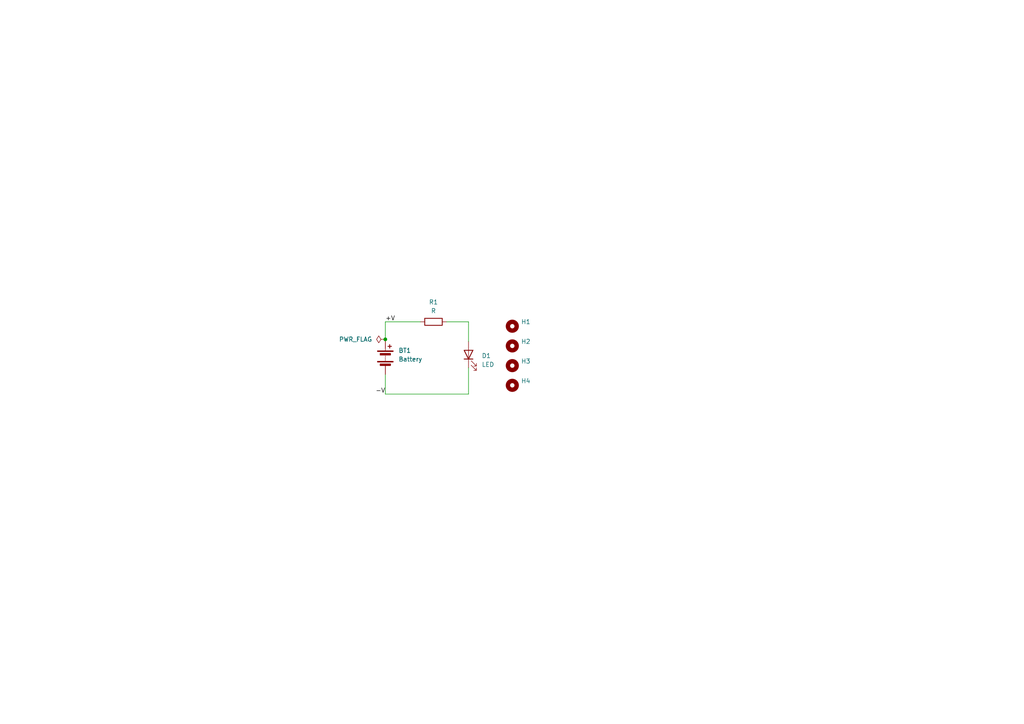
<source format=kicad_sch>
(kicad_sch (version 20231120) (generator "eeschema") (generator_version "8.0")
  (paper "A4")
  (lib_symbols
    (symbol "Device:Battery" (pin_numbers hide) (pin_names (offset 0) hide)
      (property "Reference" "BT" (at 2.54 2.54 0))
      (property "Value" "Battery" (at 2.54 0 0))
      (symbol "Battery_0_1"
        (rectangle (start -2.286 -1.27) (end 2.286 -1.524) (fill (type outline)))
        (rectangle (start -2.286 1.778) (end 2.286 1.524) (fill (type outline)))
        (rectangle (start -1.524 -2.032) (end 1.524 -2.54) (fill (type outline)))
        (rectangle (start -1.524 1.016) (end 1.524 0.508) (fill (type outline)))
        (polyline (pts (xy 0 -1.016) (xy 0 -0.762)))
        (polyline (pts (xy 0 -0.508) (xy 0 -0.254)))
        (polyline (pts (xy 0 0) (xy 0 0.254)))
        (polyline (pts (xy 0 1.778) (xy 0 2.54)))
        (polyline (pts (xy 0.762 3.048) (xy 1.778 3.048)) (stroke (width 0.254)))
        (polyline (pts (xy 1.27 3.556) (xy 1.27 2.54)) (stroke (width 0.254)))
      )
      (symbol "Battery_1_1"
        (pin passive line (at 0 5.08 270) (length 2.54) (name "+") (number "1"))
        (pin passive line (at 0 -5.08 90) (length 2.54) (name "-") (number "2"))
      )
    )
    (symbol "Device:LED" (pin_numbers hide) (pin_names (offset 1.016) hide)
      (property "Reference" "D" (at 0 2.54 0))
      (property "Value" "LED" (at 0 -2.54 0))
      (symbol "LED_0_1"
        (polyline (pts (xy -1.27 -1.27) (xy -1.27 1.27)) (stroke (width 0.254)))
        (polyline (pts (xy -1.27 0) (xy 1.27 0)))
        (polyline (pts (xy 1.27 -1.27) (xy 1.27 1.27) (xy -1.27 0) (xy 1.27 -1.27)) (stroke (width 0.254)))
        (polyline (pts (xy -3.048 -0.762) (xy -4.572 -2.286) (xy -3.81 -2.286) (xy -4.572 -2.286) (xy -4.572 -1.524)))
        (polyline (pts (xy -1.778 -0.762) (xy -3.302 -2.286) (xy -2.54 -2.286) (xy -3.302 -2.286) (xy -3.302 -1.524)))
      )
      (symbol "LED_1_1"
        (pin passive line (at -3.81 0 0) (length 2.54) (name "K") (number "1"))
        (pin passive line (at 3.81 0 180) (length 2.54) (name "A") (number "2"))
      )
    )
    (symbol "Device:R" (pin_numbers hide) (pin_names (offset 0))
      (property "Reference" "R" (at 2.032 0 90))
      (property "Value" "R" (at 0 0 90))
      (symbol "R_0_1"
        (rectangle (start -1.016 -2.54) (end 1.016 2.54) (stroke (width 0.254)))
      )
      (symbol "R_1_1"
        (pin passive line (at 0 3.81 270) (length 1.27) (name "~") (number "1"))
        (pin passive line (at 0 -3.81 90) (length 1.27) (name "~") (number "2"))
      )
    )
    (symbol "Mechanical:MountingHole" (pin_names (offset 1.016))
      (property "Reference" "H" (at 0 5.08 0))
      (property "Value" "MountingHole" (at 0 3.175 0))
      (symbol "MountingHole_0_1"
        (circle (center 0 0) (radius 1.27) (stroke (width 1.27)))
      )
    )
    (symbol "power:PWR_FLAG" (power) (pin_numbers hide) (pin_names (offset 0) hide)
      (property "Value" "PWR_FLAG" (at 0 3.81 0))
      (symbol "PWR_FLAG_0_0"
        (pin power_out line (at 0 0 90) (length 0) (name "~") (number "1"))
      )
      (symbol "PWR_FLAG_0_1"
        (polyline (pts (xy 0 0) (xy 0 1.27) (xy -1.016 1.905) (xy 0 2.54) (xy 1.016 1.905) (xy 0 1.27)))
      )
    )
  )
  (junction (at 111.76 98.425))
  (wire (pts (xy 111.76 98.425) (xy 111.76 93.345)))
  (wire (pts (xy 135.89 93.345) (xy 135.89 99.06)))
  (wire (pts (xy 129.54 93.345) (xy 135.89 93.345)))
  (wire (pts (xy 111.76 114.3) (xy 135.89 114.3)))
  (wire (pts (xy 111.76 108.585) (xy 111.76 114.3)))
  (wire (pts (xy 111.76 93.345) (xy 121.92 93.345)))
  (wire (pts (xy 135.89 114.3) (xy 135.89 106.68)))
  (label "+V" (at 111.76 93.345 0))
  (label "-V" (at 111.76 114.3 180))
  (symbol (lib_id "Device:R") (at 125.73 93.345 90) (unit 1)
    (property "Reference" "R1" (at 125.73 87.63 90))
    (property "Value" "R" (at 125.73 90.17 90))
    (property "Footprint" "Resistor_SMD:R_0805_2012Metric" (effects (hide yes)))
    (property "Description" "Resistor" (effects (hide yes)))
  )
  (symbol (lib_id "Device:Battery") (at 111.76 103.505 0) (unit 1)
    (property "Reference" "BT1" (at 115.57 101.6634 0) (effects (justify left)))
    (property "Value" "Battery" (at 115.57 104.2034 0) (effects (justify left)))
    (property "Footprint" "Battery:BatteryHolder_LINX_BAT-HLD-012-SMT" (effects (hide yes)))
    (property "Description" "Multiple-cell battery" (effects (hide yes)))
  )
  (symbol (lib_id "Mechanical:MountingHole") (at 148.59 106.045 0) (unit 1)
    (property "Reference" "H3" (at 151.13 104.7749 0) (effects (justify left)))
    (property "Value" "MountingHole" (effects (hide yes)))
    (property "Footprint" "MountingHole:MountingHole_3.2mm_M3_DIN965_Pad" (effects (hide yes)))
    (property "Description" "Mounting Hole without connection" (effects (hide yes)))
  )
  (symbol (lib_id "Mechanical:MountingHole") (at 148.59 94.615 0) (unit 1)
    (property "Reference" "H1" (at 151.13 93.3449 0) (effects (justify left)))
    (property "Value" "MountingHole" (effects (hide yes)))
    (property "Footprint" "MountingHole:MountingHole_3.2mm_M3_DIN965_Pad" (effects (hide yes)))
    (property "Description" "Mounting Hole without connection" (effects (hide yes)))
  )
  (symbol (lib_id "power:PWR_FLAG") (at 111.76 98.425 90) (unit 1)
    (property "Reference" "#FLG01" (effects (hide yes)))
    (property "Value" "PWR_FLAG" (at 107.95 98.4249 90) (effects (justify left)))
    (property "Description" "Special symbol for telling ERC where power comes from" (effects (hide yes)))
  )
  (symbol (lib_id "Device:LED") (at 135.89 102.87 90) (unit 1)
    (property "Reference" "D1" (at 139.7 103.1874 90) (effects (justify right)))
    (property "Value" "LED" (at 139.7 105.7274 90) (effects (justify right)))
    (property "Footprint" "LED_SMD:LED_0805_2012Metric" (effects (hide yes)))
    (property "Description" "Light emitting diode" (effects (hide yes)))
  )
  (symbol (lib_id "Mechanical:MountingHole") (at 148.59 111.76 0) (unit 1)
    (property "Reference" "H4" (at 151.13 110.4899 0) (effects (justify left)))
    (property "Value" "MountingHole" (effects (hide yes)))
    (property "Footprint" "MountingHole:MountingHole_3.2mm_M3_DIN965_Pad" (effects (hide yes)))
    (property "Description" "Mounting Hole without connection" (effects (hide yes)))
  )
  (symbol (lib_id "Mechanical:MountingHole") (at 148.59 100.33 0) (unit 1)
    (property "Reference" "H2" (at 151.13 99.0599 0) (effects (justify left)))
    (property "Value" "MountingHole" (effects (hide yes)))
    (property "Footprint" "MountingHole:MountingHole_3.2mm_M3_DIN965_Pad" (effects (hide yes)))
    (property "Description" "Mounting Hole without connection" (effects (hide yes)))
  )
)
</source>
